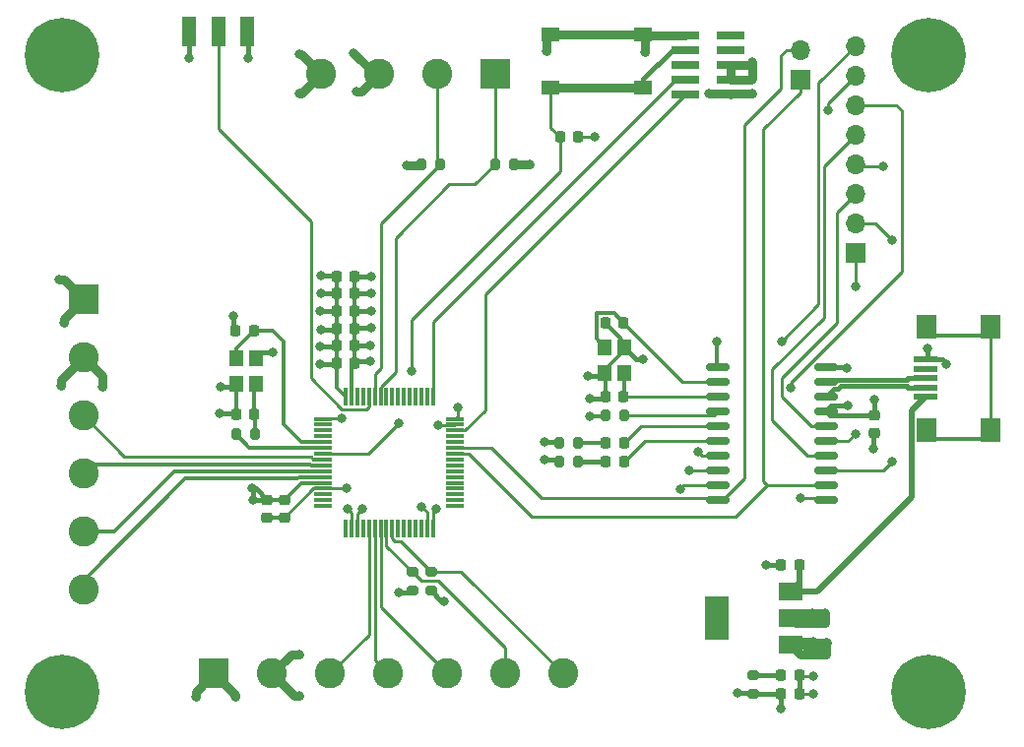
<source format=gbr>
%TF.GenerationSoftware,KiCad,Pcbnew,7.0.7*%
%TF.CreationDate,2023-11-03T00:22:48-05:00*%
%TF.ProjectId,STM32F030,53544d33-3246-4303-9330-2e6b69636164,rev?*%
%TF.SameCoordinates,Original*%
%TF.FileFunction,Copper,L1,Top*%
%TF.FilePolarity,Positive*%
%FSLAX46Y46*%
G04 Gerber Fmt 4.6, Leading zero omitted, Abs format (unit mm)*
G04 Created by KiCad (PCBNEW 7.0.7) date 2023-11-03 00:22:48*
%MOMM*%
%LPD*%
G01*
G04 APERTURE LIST*
G04 Aperture macros list*
%AMRoundRect*
0 Rectangle with rounded corners*
0 $1 Rounding radius*
0 $2 $3 $4 $5 $6 $7 $8 $9 X,Y pos of 4 corners*
0 Add a 4 corners polygon primitive as box body*
4,1,4,$2,$3,$4,$5,$6,$7,$8,$9,$2,$3,0*
0 Add four circle primitives for the rounded corners*
1,1,$1+$1,$2,$3*
1,1,$1+$1,$4,$5*
1,1,$1+$1,$6,$7*
1,1,$1+$1,$8,$9*
0 Add four rect primitives between the rounded corners*
20,1,$1+$1,$2,$3,$4,$5,0*
20,1,$1+$1,$4,$5,$6,$7,0*
20,1,$1+$1,$6,$7,$8,$9,0*
20,1,$1+$1,$8,$9,$2,$3,0*%
G04 Aperture macros list end*
%TA.AperFunction,SMDPad,CuDef*%
%ADD10RoundRect,0.225000X0.225000X0.250000X-0.225000X0.250000X-0.225000X-0.250000X0.225000X-0.250000X0*%
%TD*%
%TA.AperFunction,SMDPad,CuDef*%
%ADD11RoundRect,0.200000X-0.200000X-0.275000X0.200000X-0.275000X0.200000X0.275000X-0.200000X0.275000X0*%
%TD*%
%TA.AperFunction,ComponentPad*%
%ADD12C,0.800000*%
%TD*%
%TA.AperFunction,ComponentPad*%
%ADD13C,6.400000*%
%TD*%
%TA.AperFunction,ComponentPad*%
%ADD14R,1.700000X1.700000*%
%TD*%
%TA.AperFunction,ComponentPad*%
%ADD15O,1.700000X1.700000*%
%TD*%
%TA.AperFunction,SMDPad,CuDef*%
%ADD16R,1.550000X1.300000*%
%TD*%
%TA.AperFunction,SMDPad,CuDef*%
%ADD17RoundRect,0.075000X-0.700000X-0.075000X0.700000X-0.075000X0.700000X0.075000X-0.700000X0.075000X0*%
%TD*%
%TA.AperFunction,SMDPad,CuDef*%
%ADD18RoundRect,0.075000X-0.075000X-0.700000X0.075000X-0.700000X0.075000X0.700000X-0.075000X0.700000X0*%
%TD*%
%TA.AperFunction,SMDPad,CuDef*%
%ADD19RoundRect,0.225000X-0.225000X-0.250000X0.225000X-0.250000X0.225000X0.250000X-0.225000X0.250000X0*%
%TD*%
%TA.AperFunction,ComponentPad*%
%ADD20R,2.600000X2.600000*%
%TD*%
%TA.AperFunction,ComponentPad*%
%ADD21C,2.600000*%
%TD*%
%TA.AperFunction,SMDPad,CuDef*%
%ADD22RoundRect,0.218750X-0.218750X-0.256250X0.218750X-0.256250X0.218750X0.256250X-0.218750X0.256250X0*%
%TD*%
%TA.AperFunction,SMDPad,CuDef*%
%ADD23RoundRect,0.225000X0.250000X-0.225000X0.250000X0.225000X-0.250000X0.225000X-0.250000X-0.225000X0*%
%TD*%
%TA.AperFunction,SMDPad,CuDef*%
%ADD24R,2.000000X0.500000*%
%TD*%
%TA.AperFunction,SMDPad,CuDef*%
%ADD25R,1.700000X2.000000*%
%TD*%
%TA.AperFunction,SMDPad,CuDef*%
%ADD26RoundRect,0.200000X0.275000X-0.200000X0.275000X0.200000X-0.275000X0.200000X-0.275000X-0.200000X0*%
%TD*%
%TA.AperFunction,SMDPad,CuDef*%
%ADD27RoundRect,0.200000X0.200000X0.275000X-0.200000X0.275000X-0.200000X-0.275000X0.200000X-0.275000X0*%
%TD*%
%TA.AperFunction,SMDPad,CuDef*%
%ADD28R,2.000000X1.500000*%
%TD*%
%TA.AperFunction,SMDPad,CuDef*%
%ADD29R,2.000000X3.800000*%
%TD*%
%TA.AperFunction,SMDPad,CuDef*%
%ADD30R,1.250000X2.500000*%
%TD*%
%TA.AperFunction,SMDPad,CuDef*%
%ADD31RoundRect,0.150000X-0.875000X-0.150000X0.875000X-0.150000X0.875000X0.150000X-0.875000X0.150000X0*%
%TD*%
%TA.AperFunction,SMDPad,CuDef*%
%ADD32R,2.400000X0.740000*%
%TD*%
%TA.AperFunction,SMDPad,CuDef*%
%ADD33R,1.200000X1.400000*%
%TD*%
%TA.AperFunction,SMDPad,CuDef*%
%ADD34RoundRect,0.225000X-0.250000X0.225000X-0.250000X-0.225000X0.250000X-0.225000X0.250000X0.225000X0*%
%TD*%
%TA.AperFunction,ViaPad*%
%ADD35C,0.800000*%
%TD*%
%TA.AperFunction,Conductor*%
%ADD36C,0.800000*%
%TD*%
%TA.AperFunction,Conductor*%
%ADD37C,0.400000*%
%TD*%
%TA.AperFunction,Conductor*%
%ADD38C,0.250000*%
%TD*%
%TA.AperFunction,Conductor*%
%ADD39C,0.300000*%
%TD*%
%TA.AperFunction,Conductor*%
%ADD40C,0.500000*%
%TD*%
G04 APERTURE END LIST*
D10*
%TO.P,C15,1*%
%TO.N,+5V*%
X165825000Y-109681250D03*
%TO.P,C15,2*%
%TO.N,GND*%
X164275000Y-109681250D03*
%TD*%
D11*
%TO.P,R3,1*%
%TO.N,GND*%
X145162500Y-100806250D03*
%TO.P,R3,2*%
%TO.N,Net-(D1-K)*%
X146812500Y-100806250D03*
%TD*%
D12*
%TO.P,H1,1*%
%TO.N,N/C*%
X99993750Y-65881250D03*
X100696694Y-64184194D03*
X100696694Y-67578306D03*
X102393750Y-63481250D03*
D13*
X102393750Y-65881250D03*
D12*
X102393750Y-68281250D03*
X104090806Y-64184194D03*
X104090806Y-67578306D03*
X104793750Y-65881250D03*
%TD*%
D14*
%TO.P,UART,1,Pin_1*%
%TO.N,USART1_TX*%
X165893750Y-67950000D03*
D15*
%TO.P,UART,2,Pin_2*%
%TO.N,USART1_RX*%
X165893750Y-65410000D03*
%TD*%
D12*
%TO.P,H3,1*%
%TO.N,N/C*%
X174496694Y-120650000D03*
X175199638Y-118952944D03*
X175199638Y-122347056D03*
X176896694Y-118250000D03*
D13*
X176896694Y-120650000D03*
D12*
X176896694Y-123050000D03*
X178593750Y-118952944D03*
X178593750Y-122347056D03*
X179296694Y-120650000D03*
%TD*%
D16*
%TO.P,NRST,1,1*%
%TO.N,GND*%
X144440000Y-64125000D03*
X152400000Y-64125000D03*
%TO.P,NRST,2,2*%
%TO.N,NRST*%
X144440000Y-68625000D03*
X152400000Y-68625000D03*
%TD*%
D14*
%TO.P,GPIO,1,Pin_1*%
%TO.N,RTS*%
X170656250Y-82867500D03*
D15*
%TO.P,GPIO,2,Pin_2*%
%TO.N,CTS*%
X170656250Y-80327500D03*
%TO.P,GPIO,3,Pin_3*%
%TO.N,GP0*%
X170656250Y-77787500D03*
%TO.P,GPIO,4,Pin_4*%
%TO.N,GP1*%
X170656250Y-75247500D03*
%TO.P,GPIO,5,Pin_5*%
%TO.N,GP2*%
X170656250Y-72707500D03*
%TO.P,GPIO,6,Pin_6*%
%TO.N,GP3*%
X170656250Y-70167500D03*
%TO.P,GPIO,7,Pin_7*%
%TO.N,GP4*%
X170656250Y-67627500D03*
%TO.P,GPIO,8,Pin_8*%
%TO.N,GP5*%
X170656250Y-65087500D03*
%TD*%
D17*
%TO.P,U1,1,VDD*%
%TO.N,+3.3V*%
X124900000Y-97150000D03*
%TO.P,U1,2,PC13*%
%TO.N,unconnected-(U1-PC13-Pad2)*%
X124900000Y-97650000D03*
%TO.P,U1,3,PC14*%
%TO.N,unconnected-(U1-PC14-Pad3)*%
X124900000Y-98150000D03*
%TO.P,U1,4,PC15*%
%TO.N,unconnected-(U1-PC15-Pad4)*%
X124900000Y-98650000D03*
%TO.P,U1,5,PF0*%
%TO.N,HSE_IN*%
X124900000Y-99150000D03*
%TO.P,U1,6,PF1*%
%TO.N,HSE_OUT*%
X124900000Y-99650000D03*
%TO.P,U1,7,NRST*%
%TO.N,NRST*%
X124900000Y-100150000D03*
%TO.P,U1,8,PC0*%
%TO.N,Lin_Pots1*%
X124900000Y-100650000D03*
%TO.P,U1,9,PC1*%
%TO.N,Lin_Pots2*%
X124900000Y-101150000D03*
%TO.P,U1,10,PC2*%
%TO.N,Lin_Pots3*%
X124900000Y-101650000D03*
%TO.P,U1,11,PC3*%
%TO.N,Lin_Pots4*%
X124900000Y-102150000D03*
%TO.P,U1,12,VSSA*%
%TO.N,GND*%
X124900000Y-102650000D03*
%TO.P,U1,13,VDDA*%
%TO.N,+3.3V*%
X124900000Y-103150000D03*
%TO.P,U1,14,PA0*%
%TO.N,unconnected-(U1-PA0-Pad14)*%
X124900000Y-103650000D03*
%TO.P,U1,15,PA1*%
%TO.N,unconnected-(U1-PA1-Pad15)*%
X124900000Y-104150000D03*
%TO.P,U1,16,PA2*%
%TO.N,unconnected-(U1-PA2-Pad16)*%
X124900000Y-104650000D03*
D18*
%TO.P,U1,17,PA3*%
%TO.N,unconnected-(U1-PA3-Pad17)*%
X126825000Y-106575000D03*
%TO.P,U1,18,VSS*%
%TO.N,GND*%
X127325000Y-106575000D03*
%TO.P,U1,19,VDD*%
%TO.N,+3.3V*%
X127825000Y-106575000D03*
%TO.P,U1,20,PA4*%
%TO.N,unconnected-(U1-PA4-Pad20)*%
X128325000Y-106575000D03*
%TO.P,U1,21,PA5*%
%TO.N,SPI1_SCK*%
X128825000Y-106575000D03*
%TO.P,U1,22,PA6*%
%TO.N,SPI1_MISO*%
X129325000Y-106575000D03*
%TO.P,U1,23,PA7*%
%TO.N,SPI1_MOSI*%
X129825000Y-106575000D03*
%TO.P,U1,24,PC4*%
%TO.N,SPI1_CS1*%
X130325000Y-106575000D03*
%TO.P,U1,25,PC5*%
%TO.N,SPI1_CS2*%
X130825000Y-106575000D03*
%TO.P,U1,26,PB0*%
%TO.N,unconnected-(U1-PB0-Pad26)*%
X131325000Y-106575000D03*
%TO.P,U1,27,PB1*%
%TO.N,unconnected-(U1-PB1-Pad27)*%
X131825000Y-106575000D03*
%TO.P,U1,28,PB2*%
%TO.N,unconnected-(U1-PB2-Pad28)*%
X132325000Y-106575000D03*
%TO.P,U1,29,PB10*%
%TO.N,unconnected-(U1-PB10-Pad29)*%
X132825000Y-106575000D03*
%TO.P,U1,30,PB11*%
%TO.N,unconnected-(U1-PB11-Pad30)*%
X133325000Y-106575000D03*
%TO.P,U1,31,VSS*%
%TO.N,GND*%
X133825000Y-106575000D03*
%TO.P,U1,32,VDD*%
%TO.N,+3.3V*%
X134325000Y-106575000D03*
D17*
%TO.P,U1,33,PB12*%
%TO.N,unconnected-(U1-PB12-Pad33)*%
X136250000Y-104650000D03*
%TO.P,U1,34,PB13*%
%TO.N,unconnected-(U1-PB13-Pad34)*%
X136250000Y-104150000D03*
%TO.P,U1,35,PB14*%
%TO.N,unconnected-(U1-PB14-Pad35)*%
X136250000Y-103650000D03*
%TO.P,U1,36,PB15*%
%TO.N,unconnected-(U1-PB15-Pad36)*%
X136250000Y-103150000D03*
%TO.P,U1,37,PC6*%
%TO.N,unconnected-(U1-PC6-Pad37)*%
X136250000Y-102650000D03*
%TO.P,U1,38,PC7*%
%TO.N,unconnected-(U1-PC7-Pad38)*%
X136250000Y-102150000D03*
%TO.P,U1,39,PC8*%
%TO.N,unconnected-(U1-PC8-Pad39)*%
X136250000Y-101650000D03*
%TO.P,U1,40,PC9*%
%TO.N,unconnected-(U1-PC9-Pad40)*%
X136250000Y-101150000D03*
%TO.P,U1,41,PA8*%
%TO.N,unconnected-(U1-PA8-Pad41)*%
X136250000Y-100650000D03*
%TO.P,U1,42,PA9*%
%TO.N,USART1_TX*%
X136250000Y-100150000D03*
%TO.P,U1,43,PA10*%
%TO.N,USART1_RX*%
X136250000Y-99650000D03*
%TO.P,U1,44,PA11*%
%TO.N,unconnected-(U1-PA11-Pad44)*%
X136250000Y-99150000D03*
%TO.P,U1,45,PA12*%
%TO.N,unconnected-(U1-PA12-Pad45)*%
X136250000Y-98650000D03*
%TO.P,U1,46,PA13*%
%TO.N,SWDIO*%
X136250000Y-98150000D03*
%TO.P,U1,47,VSS*%
%TO.N,GND*%
X136250000Y-97650000D03*
%TO.P,U1,48,VDD*%
%TO.N,+3.3V*%
X136250000Y-97150000D03*
D18*
%TO.P,U1,49,PA14*%
%TO.N,SWCLK*%
X134325000Y-95225000D03*
%TO.P,U1,50,PA15*%
%TO.N,unconnected-(U1-PA15-Pad50)*%
X133825000Y-95225000D03*
%TO.P,U1,51,PC10*%
%TO.N,unconnected-(U1-PC10-Pad51)*%
X133325000Y-95225000D03*
%TO.P,U1,52,PC11*%
%TO.N,unconnected-(U1-PC11-Pad52)*%
X132825000Y-95225000D03*
%TO.P,U1,53,PC12*%
%TO.N,unconnected-(U1-PC12-Pad53)*%
X132325000Y-95225000D03*
%TO.P,U1,54,PD2*%
%TO.N,unconnected-(U1-PD2-Pad54)*%
X131825000Y-95225000D03*
%TO.P,U1,55,PB3*%
%TO.N,unconnected-(U1-PB3-Pad55)*%
X131325000Y-95225000D03*
%TO.P,U1,56,PB4*%
%TO.N,unconnected-(U1-PB4-Pad56)*%
X130825000Y-95225000D03*
%TO.P,U1,57,PB5*%
%TO.N,unconnected-(U1-PB5-Pad57)*%
X130325000Y-95225000D03*
%TO.P,U1,58,PB6*%
%TO.N,I2C1_SCL*%
X129825000Y-95225000D03*
%TO.P,U1,59,PB7*%
%TO.N,I2C1_SDA*%
X129325000Y-95225000D03*
%TO.P,U1,60,BOOT0*%
%TO.N,Boot0*%
X128825000Y-95225000D03*
%TO.P,U1,61,PB8*%
%TO.N,unconnected-(U1-PB8-Pad61)*%
X128325000Y-95225000D03*
%TO.P,U1,62,PB9*%
%TO.N,unconnected-(U1-PB9-Pad62)*%
X127825000Y-95225000D03*
%TO.P,U1,63,VSS*%
%TO.N,GND*%
X127325000Y-95225000D03*
%TO.P,U1,64,VDD*%
%TO.N,+3.3V*%
X126825000Y-95225000D03*
%TD*%
D10*
%TO.P,C14,1*%
%TO.N,Net-(U2-OSC1)*%
X150712500Y-88900000D03*
%TO.P,C14,2*%
%TO.N,GND*%
X149162500Y-88900000D03*
%TD*%
D11*
%TO.P,R7,1*%
%TO.N,GND*%
X145162500Y-99218750D03*
%TO.P,R7,2*%
%TO.N,Net-(D2-K)*%
X146812500Y-99218750D03*
%TD*%
D19*
%TO.P,C2,1*%
%TO.N,+3.3V*%
X126050000Y-90875000D03*
%TO.P,C2,2*%
%TO.N,GND*%
X127600000Y-90875000D03*
%TD*%
D20*
%TO.P,Analog,1,Pin_1*%
%TO.N,GND*%
X104270000Y-86875000D03*
D21*
%TO.P,Analog,2,Pin_2*%
%TO.N,+3.3V*%
X104270000Y-91875000D03*
%TO.P,Analog,3,Pin_3*%
%TO.N,Lin_Pots1*%
X104270000Y-96875000D03*
%TO.P,Analog,4,Pin_4*%
%TO.N,Lin_Pots2*%
X104270000Y-101875000D03*
%TO.P,Analog,5,Pin_5*%
%TO.N,Lin_Pots3*%
X104270000Y-106875000D03*
%TO.P,Analog,6,Pin_6*%
%TO.N,Lin_Pots4*%
X104270000Y-111875000D03*
%TD*%
D12*
%TO.P,H4,1*%
%TO.N,N/C*%
X99993750Y-120650000D03*
X100696694Y-118952944D03*
X100696694Y-122347056D03*
X102393750Y-118250000D03*
D13*
X102393750Y-120650000D03*
D12*
X102393750Y-123050000D03*
X104090806Y-118952944D03*
X104090806Y-122347056D03*
X104793750Y-120650000D03*
%TD*%
D22*
%TO.P,D1,1,K*%
%TO.N,Net-(D1-K)*%
X149162500Y-100850000D03*
%TO.P,D1,2,A*%
%TO.N,Net-(D1-A)*%
X150737500Y-100850000D03*
%TD*%
D23*
%TO.P,C8,1*%
%TO.N,+3.3V*%
X120050000Y-105650000D03*
%TO.P,C8,2*%
%TO.N,GND*%
X120050000Y-104100000D03*
%TD*%
D12*
%TO.P,H2,1*%
%TO.N,N/C*%
X174496694Y-65881250D03*
X175199638Y-64184194D03*
X175199638Y-67578306D03*
X176896694Y-63481250D03*
D13*
X176896694Y-65881250D03*
D12*
X176896694Y-68281250D03*
X178593750Y-64184194D03*
X178593750Y-67578306D03*
X179296694Y-65881250D03*
%TD*%
D24*
%TO.P,J1,1,VBUS*%
%TO.N,+5V*%
X176687500Y-95262500D03*
%TO.P,J1,2,D-*%
%TO.N,USBD-*%
X176687500Y-94462500D03*
%TO.P,J1,3,D+*%
%TO.N,USBD+*%
X176687500Y-93662500D03*
%TO.P,J1,4,ID*%
%TO.N,unconnected-(J1-ID-Pad4)*%
X176687500Y-92862500D03*
%TO.P,J1,5,GND*%
%TO.N,GND*%
X176687500Y-92062500D03*
D25*
%TO.P,J1,6,Shield*%
%TO.N,unconnected-(J1-Shield-Pad6)*%
X176787500Y-98112500D03*
X182237500Y-98112500D03*
X176787500Y-89212500D03*
X182237500Y-89212500D03*
%TD*%
D26*
%TO.P,R2,1*%
%TO.N,+3.3V*%
X132540625Y-111950000D03*
%TO.P,R2,2*%
%TO.N,SPI1_CS1*%
X132540625Y-110300000D03*
%TD*%
D27*
%TO.P,R8,1*%
%TO.N,Net-(U2-RST)*%
X150781250Y-96837500D03*
%TO.P,R8,2*%
%TO.N,+3.3V*%
X149131250Y-96837500D03*
%TD*%
D19*
%TO.P,C1,1*%
%TO.N,+3.3V*%
X126050000Y-84875000D03*
%TO.P,C1,2*%
%TO.N,GND*%
X127600000Y-84875000D03*
%TD*%
D26*
%TO.P,R6,1*%
%TO.N,+3.3V*%
X134143750Y-111950000D03*
%TO.P,R6,2*%
%TO.N,SPI1_CS2*%
X134143750Y-110300000D03*
%TD*%
D28*
%TO.P,U3,1,GND*%
%TO.N,GND*%
X165075000Y-116600000D03*
%TO.P,U3,2,VO*%
%TO.N,+3.3V*%
X165075000Y-114300000D03*
%TO.P,U3,3,VI*%
%TO.N,+5V*%
X165075000Y-112000000D03*
D29*
%TO.P,U3,4*%
%TO.N,N/C*%
X158775000Y-114300000D03*
%TD*%
D30*
%TO.P,SW2,1,A*%
%TO.N,+3.3V*%
X118387500Y-63868750D03*
%TO.P,SW2,2,B*%
%TO.N,Boot0*%
X115887500Y-63868750D03*
%TO.P,SW2,3,C*%
%TO.N,GND*%
X113387500Y-63868750D03*
%TD*%
D31*
%TO.P,U2,1,VDD*%
%TO.N,+3.3V*%
X158800000Y-92710000D03*
%TO.P,U2,2,OSC1*%
%TO.N,Net-(U2-OSC1)*%
X158800000Y-93980000D03*
%TO.P,U2,3,OSC2*%
%TO.N,Net-(U2-OSC2)*%
X158800000Y-95250000D03*
%TO.P,U2,4,RST*%
%TO.N,Net-(U2-RST)*%
X158800000Y-96520000D03*
%TO.P,U2,5,GP7/TxLED*%
%TO.N,Net-(D2-A)*%
X158800000Y-97790000D03*
%TO.P,U2,6,GP6/RxLED*%
%TO.N,Net-(D1-A)*%
X158800000Y-99060000D03*
%TO.P,U2,7,GP5*%
%TO.N,GP5*%
X158800000Y-100330000D03*
%TO.P,U2,8,GP4*%
%TO.N,GP4*%
X158800000Y-101600000D03*
%TO.P,U2,9,GP3*%
%TO.N,GP3*%
X158800000Y-102870000D03*
%TO.P,U2,10,TX*%
%TO.N,USART1_RX*%
X158800000Y-104140000D03*
%TO.P,U2,11,RTS*%
%TO.N,RTS*%
X168100000Y-104140000D03*
%TO.P,U2,12,RX*%
%TO.N,USART1_TX*%
X168100000Y-102870000D03*
%TO.P,U2,13,CTS*%
%TO.N,CTS*%
X168100000Y-101600000D03*
%TO.P,U2,14,GP2*%
%TO.N,GP2*%
X168100000Y-100330000D03*
%TO.P,U2,15,GP1/USB-CFG*%
%TO.N,GP1*%
X168100000Y-99060000D03*
%TO.P,U2,16,GP0/SSPND*%
%TO.N,GP0*%
X168100000Y-97790000D03*
%TO.P,U2,17,V_USB*%
%TO.N,+3.3V*%
X168100000Y-96520000D03*
%TO.P,U2,18,D-*%
%TO.N,USBD-*%
X168100000Y-95250000D03*
%TO.P,U2,19,D+*%
%TO.N,USBD+*%
X168100000Y-93980000D03*
%TO.P,U2,20,VSS*%
%TO.N,GND*%
X168100000Y-92710000D03*
%TD*%
D32*
%TO.P,SWD,1,Pin_1*%
%TO.N,+3.3V*%
X159906250Y-69215000D03*
%TO.P,SWD,2,Pin_2*%
%TO.N,SWDIO*%
X156006250Y-69215000D03*
%TO.P,SWD,3,Pin_3*%
%TO.N,GND*%
X159906250Y-67945000D03*
%TO.P,SWD,4,Pin_4*%
%TO.N,SWCLK*%
X156006250Y-67945000D03*
%TO.P,SWD,5,Pin_5*%
%TO.N,GND*%
X159906250Y-66675000D03*
%TO.P,SWD,6,Pin_6*%
%TO.N,unconnected-(J5-Pin_6-Pad6)*%
X156006250Y-66675000D03*
%TO.P,SWD,7,Pin_7*%
%TO.N,unconnected-(J5-Pin_7-Pad7)*%
X159906250Y-65405000D03*
%TO.P,SWD,8,Pin_8*%
%TO.N,NRST*%
X156006250Y-65405000D03*
%TO.P,SWD,9,Pin_9*%
%TO.N,unconnected-(J5-Pin_9-Pad9)*%
X159906250Y-64135000D03*
%TO.P,SWD,10,Pin_10*%
%TO.N,GND*%
X156006250Y-64135000D03*
%TD*%
D33*
%TO.P,Y2,1,1*%
%TO.N,Net-(U2-OSC2)*%
X150806250Y-93175000D03*
%TO.P,Y2,2,2*%
%TO.N,GND*%
X150806250Y-90975000D03*
%TO.P,Y2,3,3*%
%TO.N,Net-(U2-OSC1)*%
X149106250Y-90975000D03*
%TO.P,Y2,4,4*%
%TO.N,GND*%
X149106250Y-93175000D03*
%TD*%
D20*
%TO.P,SPI,1,Pin_1*%
%TO.N,GND*%
X115493750Y-119062500D03*
D21*
%TO.P,SPI,2,Pin_2*%
%TO.N,+3.3V*%
X120493750Y-119062500D03*
%TO.P,SPI,3,Pin_3*%
%TO.N,SPI1_SCK*%
X125493750Y-119062500D03*
%TO.P,SPI,4,Pin_4*%
%TO.N,SPI1_MISO*%
X130493750Y-119062500D03*
%TO.P,SPI,5,Pin_5*%
%TO.N,SPI1_MOSI*%
X135493750Y-119062500D03*
%TO.P,SPI,6,Pin_6*%
%TO.N,SPI1_CS1*%
X140493750Y-119062500D03*
%TO.P,SPI,7,Pin_7*%
%TO.N,SPI1_CS2*%
X145493750Y-119062500D03*
%TD*%
D22*
%TO.P,D2,1,K*%
%TO.N,Net-(D2-K)*%
X149168750Y-99218750D03*
%TO.P,D2,2,A*%
%TO.N,Net-(D2-A)*%
X150743750Y-99218750D03*
%TD*%
D20*
%TO.P,I2C,1,Pin_1*%
%TO.N,I2C1_SCL*%
X139700000Y-67468750D03*
D21*
%TO.P,I2C,2,Pin_2*%
%TO.N,I2C1_SDA*%
X134700000Y-67468750D03*
%TO.P,I2C,3,Pin_3*%
%TO.N,+3.3V*%
X129700000Y-67468750D03*
%TO.P,I2C,4,Pin_4*%
%TO.N,GND*%
X124700000Y-67468750D03*
%TD*%
D26*
%TO.P,R9,1*%
%TO.N,GND*%
X161875000Y-120825000D03*
%TO.P,R9,2*%
%TO.N,Net-(D3-K)*%
X161875000Y-119175000D03*
%TD*%
D22*
%TO.P,D3,1,K*%
%TO.N,Net-(D3-K)*%
X164262500Y-119206250D03*
%TO.P,D3,2,A*%
%TO.N,+3.3V*%
X165837500Y-119206250D03*
%TD*%
D23*
%TO.P,C7,1*%
%TO.N,+3.3V*%
X121550000Y-105650000D03*
%TO.P,C7,2*%
%TO.N,GND*%
X121550000Y-104100000D03*
%TD*%
D11*
%TO.P,R5,1*%
%TO.N,+3.3V*%
X133318750Y-75275000D03*
%TO.P,R5,2*%
%TO.N,I2C1_SDA*%
X134968750Y-75275000D03*
%TD*%
D19*
%TO.P,C9,1*%
%TO.N,NRST*%
X145275000Y-72925000D03*
%TO.P,C9,2*%
%TO.N,GND*%
X146825000Y-72925000D03*
%TD*%
D10*
%TO.P,C10,1*%
%TO.N,HSE_IN*%
X118918750Y-89581250D03*
%TO.P,C10,2*%
%TO.N,GND*%
X117368750Y-89581250D03*
%TD*%
D19*
%TO.P,C3,1*%
%TO.N,+3.3V*%
X126050000Y-92375000D03*
%TO.P,C3,2*%
%TO.N,GND*%
X127600000Y-92375000D03*
%TD*%
%TO.P,C6,1*%
%TO.N,+3.3V*%
X126050000Y-86375000D03*
%TO.P,C6,2*%
%TO.N,GND*%
X127600000Y-86375000D03*
%TD*%
%TO.P,C4,1*%
%TO.N,+3.3V*%
X126050000Y-89375000D03*
%TO.P,C4,2*%
%TO.N,GND*%
X127600000Y-89375000D03*
%TD*%
D27*
%TO.P,R4,1*%
%TO.N,+3.3V*%
X141318750Y-75225000D03*
%TO.P,R4,2*%
%TO.N,I2C1_SCL*%
X139668750Y-75225000D03*
%TD*%
D34*
%TO.P,C12,1*%
%TO.N,+3.3V*%
X172243750Y-96856250D03*
%TO.P,C12,2*%
%TO.N,GND*%
X172243750Y-98406250D03*
%TD*%
D10*
%TO.P,C13,1*%
%TO.N,Net-(U2-OSC2)*%
X150731250Y-95250000D03*
%TO.P,C13,2*%
%TO.N,GND*%
X149181250Y-95250000D03*
%TD*%
%TO.P,C11,1*%
%TO.N,Net-(C11-Pad1)*%
X118937500Y-96725000D03*
%TO.P,C11,2*%
%TO.N,GND*%
X117387500Y-96725000D03*
%TD*%
%TO.P,C16,1*%
%TO.N,+3.3V*%
X165825000Y-120793750D03*
%TO.P,C16,2*%
%TO.N,GND*%
X164275000Y-120793750D03*
%TD*%
D11*
%TO.P,R1,1*%
%TO.N,HSE_OUT*%
X117387500Y-98481250D03*
%TO.P,R1,2*%
%TO.N,Net-(C11-Pad1)*%
X119037500Y-98481250D03*
%TD*%
D33*
%TO.P,Y1,1,1*%
%TO.N,HSE_IN*%
X117418750Y-91962500D03*
%TO.P,Y1,2,2*%
%TO.N,GND*%
X117418750Y-94162500D03*
%TO.P,Y1,3,3*%
%TO.N,Net-(C11-Pad1)*%
X119118750Y-94162500D03*
%TO.P,Y1,4,4*%
%TO.N,GND*%
X119118750Y-91962500D03*
%TD*%
D19*
%TO.P,C5,1*%
%TO.N,+3.3V*%
X126050000Y-87875000D03*
%TO.P,C5,2*%
%TO.N,GND*%
X127600000Y-87875000D03*
%TD*%
D35*
%TO.N,+3.3V*%
X124675000Y-89450000D03*
X142675000Y-75275000D03*
X124625000Y-87875000D03*
X126500000Y-97125000D03*
X124650000Y-90900000D03*
X127525000Y-65675000D03*
X166987500Y-114700000D03*
X131375000Y-112050000D03*
X158050000Y-69200000D03*
X170025000Y-96025000D03*
X161775000Y-69175000D03*
X158725000Y-90525000D03*
X124700000Y-84825000D03*
X135250000Y-112875000D03*
X167000000Y-119275000D03*
X126875000Y-103125000D03*
X172250000Y-95500000D03*
X124625000Y-92425000D03*
X105875000Y-94400000D03*
X166962500Y-113850000D03*
X132100000Y-75325000D03*
X134575000Y-104875000D03*
X102350000Y-94325000D03*
X124675000Y-86350000D03*
X167050000Y-120800000D03*
X122875000Y-120975000D03*
X127750000Y-69000000D03*
X122825000Y-117425000D03*
X168037500Y-114700000D03*
X136450000Y-96175000D03*
X168012500Y-113825000D03*
X128250000Y-104850000D03*
X147850000Y-96900000D03*
X118400000Y-66100000D03*
%TO.N,GND*%
X134775000Y-97675000D03*
X129025000Y-84875000D03*
X167000000Y-116325000D03*
X128950000Y-90825000D03*
X133350000Y-104700000D03*
X122825000Y-65800000D03*
X143875000Y-99150000D03*
X117300000Y-121075000D03*
X147775000Y-95450000D03*
X176875000Y-91100000D03*
X168150000Y-117425000D03*
X172200000Y-99725000D03*
X168200000Y-116400000D03*
X113906248Y-121077833D03*
X164250000Y-122100000D03*
X167025000Y-117325000D03*
X120525000Y-91450000D03*
X122875000Y-69150000D03*
X143875000Y-100700000D03*
X128975000Y-89300000D03*
X113325000Y-66150000D03*
X144100000Y-65525000D03*
X102200000Y-85200000D03*
X160550000Y-120750000D03*
X115950000Y-96675000D03*
X148200000Y-72900000D03*
X163000000Y-109725000D03*
X147600000Y-93500000D03*
X128975000Y-86350000D03*
X102575000Y-88875000D03*
X117200000Y-88300000D03*
X169900000Y-92775000D03*
X118850000Y-104150000D03*
X118775000Y-103150000D03*
X128950000Y-92225000D03*
X161750000Y-67900000D03*
X129000000Y-87850000D03*
X116050000Y-94400000D03*
X161750000Y-66475000D03*
X152350000Y-92000000D03*
X178475000Y-92450000D03*
X152550000Y-65600000D03*
X127025000Y-104900000D03*
%TO.N,NRST*%
X132465364Y-93000000D03*
X131400000Y-97500000D03*
%TO.N,RTS*%
X165893750Y-103981250D03*
X170656250Y-85725000D03*
%TO.N,CTS*%
X173831250Y-100806250D03*
X173831250Y-81756250D03*
%TO.N,GP1*%
X173037500Y-75406250D03*
X170656250Y-98425000D03*
%TO.N,GP3*%
X155575000Y-103187500D03*
X165100000Y-94456250D03*
%TO.N,GP4*%
X156368750Y-101600000D03*
X168275000Y-70643750D03*
%TO.N,GP5*%
X164306250Y-90487500D03*
X157162500Y-100012500D03*
%TD*%
D36*
%TO.N,+3.3V*%
X166987500Y-114700000D02*
X165475000Y-114700000D01*
X166987500Y-114700000D02*
X168037500Y-114700000D01*
D37*
X126000000Y-84825000D02*
X126050000Y-84875000D01*
D36*
X166987500Y-113875000D02*
X166962500Y-113850000D01*
D37*
X124650000Y-90900000D02*
X126025000Y-90900000D01*
D36*
X102350000Y-94325000D02*
X102350000Y-93795000D01*
D38*
X118400000Y-66100000D02*
X118387500Y-66087500D01*
D36*
X122825000Y-117425000D02*
X122131250Y-117425000D01*
X166987500Y-114687500D02*
X166150000Y-113850000D01*
D37*
X172243750Y-95506250D02*
X172243750Y-96856250D01*
X165825000Y-120793750D02*
X165825000Y-119218750D01*
D36*
X166962500Y-113850000D02*
X166150000Y-113850000D01*
X161775000Y-69175000D02*
X159946250Y-69175000D01*
D37*
X135068750Y-112875000D02*
X134143750Y-111950000D01*
D38*
X136450000Y-96950000D02*
X136250000Y-97150000D01*
D37*
X132440625Y-112050000D02*
X132540625Y-111950000D01*
X165825000Y-119218750D02*
X165837500Y-119206250D01*
D36*
X168037500Y-114700000D02*
X167812500Y-114700000D01*
D38*
X124925000Y-103125000D02*
X124900000Y-103150000D01*
D37*
X126025000Y-86350000D02*
X126050000Y-86375000D01*
D36*
X129700000Y-67468750D02*
X129318750Y-67468750D01*
D37*
X172250000Y-95500000D02*
X172243750Y-95506250D01*
X124625000Y-92425000D02*
X126000000Y-92425000D01*
D38*
X134575000Y-104875000D02*
X134325000Y-105125000D01*
D37*
X126000000Y-92425000D02*
X126050000Y-92375000D01*
X131375000Y-112050000D02*
X132440625Y-112050000D01*
X118400000Y-63881250D02*
X118387500Y-63868750D01*
D38*
X124059315Y-103150000D02*
X124900000Y-103150000D01*
D36*
X168037500Y-113850000D02*
X168012500Y-113825000D01*
X132100000Y-75325000D02*
X133268750Y-75325000D01*
X128168750Y-69000000D02*
X129700000Y-67468750D01*
D37*
X168436250Y-96856250D02*
X168100000Y-96520000D01*
D36*
X133268750Y-75325000D02*
X133318750Y-75275000D01*
X165475000Y-114700000D02*
X165075000Y-114300000D01*
D38*
X167000000Y-119275000D02*
X165906250Y-119275000D01*
D36*
X102350000Y-93795000D02*
X104270000Y-91875000D01*
X166150000Y-113850000D02*
X165525000Y-113850000D01*
D38*
X165906250Y-119275000D02*
X165837500Y-119206250D01*
D37*
X118400000Y-66100000D02*
X118400000Y-63881250D01*
X135250000Y-112875000D02*
X135068750Y-112875000D01*
D39*
X126825000Y-95225000D02*
X126050000Y-94450000D01*
D38*
X126500000Y-97125000D02*
X124925000Y-97125000D01*
D37*
X126025000Y-90900000D02*
X126050000Y-90875000D01*
X168595000Y-96025000D02*
X168100000Y-96520000D01*
D36*
X105875000Y-93480000D02*
X104270000Y-91875000D01*
X166987500Y-113825000D02*
X166962500Y-113850000D01*
D38*
X126875000Y-103125000D02*
X124925000Y-103125000D01*
D36*
X122131250Y-117425000D02*
X120493750Y-119062500D01*
X165525000Y-113850000D02*
X165075000Y-114300000D01*
D39*
X147850000Y-96900000D02*
X149068750Y-96900000D01*
X149068750Y-96900000D02*
X149131250Y-96837500D01*
D37*
X125975000Y-89450000D02*
X126050000Y-89375000D01*
D36*
X168012500Y-113825000D02*
X166987500Y-113825000D01*
D37*
X124700000Y-84825000D02*
X126000000Y-84825000D01*
D39*
X120050000Y-105650000D02*
X121550000Y-105650000D01*
D36*
X105875000Y-94400000D02*
X105875000Y-93480000D01*
D38*
X167050000Y-120800000D02*
X165831250Y-120800000D01*
D37*
X170025000Y-96025000D02*
X168595000Y-96025000D01*
D36*
X142675000Y-75275000D02*
X141368750Y-75275000D01*
D37*
X124675000Y-89450000D02*
X125975000Y-89450000D01*
X124675000Y-86350000D02*
X126025000Y-86350000D01*
D36*
X159946250Y-69175000D02*
X159906250Y-69215000D01*
X127750000Y-69000000D02*
X128168750Y-69000000D01*
D38*
X165831250Y-120800000D02*
X165825000Y-120793750D01*
X124925000Y-97125000D02*
X124900000Y-97150000D01*
D37*
X172243750Y-96856250D02*
X168436250Y-96856250D01*
D38*
X134325000Y-105125000D02*
X134325000Y-106575000D01*
D36*
X141368750Y-75275000D02*
X141318750Y-75225000D01*
X129318750Y-67468750D02*
X127525000Y-65675000D01*
X167812500Y-114700000D02*
X166962500Y-113850000D01*
X159891250Y-69200000D02*
X159906250Y-69215000D01*
X122406250Y-120975000D02*
X120493750Y-119062500D01*
X158050000Y-69200000D02*
X159891250Y-69200000D01*
D39*
X126050000Y-92375000D02*
X126050000Y-84875000D01*
D38*
X127825000Y-105275000D02*
X127825000Y-106575000D01*
D39*
X126050000Y-94450000D02*
X126050000Y-92375000D01*
D38*
X121559315Y-105650000D02*
X124059315Y-103150000D01*
D36*
X166987500Y-114700000D02*
X166987500Y-113875000D01*
X168037500Y-114700000D02*
X168037500Y-113850000D01*
D39*
X121550000Y-105650000D02*
X121550000Y-105623959D01*
D38*
X136450000Y-96175000D02*
X136450000Y-96950000D01*
D36*
X166987500Y-114700000D02*
X166987500Y-114687500D01*
D39*
X158725000Y-92635000D02*
X158800000Y-92710000D01*
D38*
X121550000Y-105650000D02*
X121559315Y-105650000D01*
D37*
X124625000Y-87875000D02*
X126050000Y-87875000D01*
D36*
X122875000Y-120975000D02*
X122406250Y-120975000D01*
D39*
X158725000Y-90525000D02*
X158725000Y-92635000D01*
D38*
X128250000Y-104850000D02*
X127825000Y-105275000D01*
D36*
%TO.N,GND*%
X152550000Y-65600000D02*
X152550000Y-64275000D01*
D37*
X118850000Y-103225000D02*
X118775000Y-103150000D01*
D36*
X168150000Y-117425000D02*
X165900000Y-117425000D01*
D37*
X128975000Y-86350000D02*
X127625000Y-86350000D01*
X168100000Y-92710000D02*
X169835000Y-92710000D01*
X163000000Y-109725000D02*
X164231250Y-109725000D01*
X160550000Y-120750000D02*
X161800000Y-120750000D01*
X164231250Y-109725000D02*
X164275000Y-109681250D01*
D36*
X117300000Y-121075000D02*
X117300000Y-120868750D01*
X123018750Y-69150000D02*
X124700000Y-67468750D01*
D39*
X117387500Y-96725000D02*
X117387500Y-94193750D01*
D38*
X133825000Y-105175000D02*
X133350000Y-104700000D01*
D36*
X102575000Y-88570000D02*
X104270000Y-86875000D01*
X168050000Y-117325000D02*
X168150000Y-117425000D01*
X102575000Y-88875000D02*
X102575000Y-88570000D01*
X167025000Y-117325000D02*
X168050000Y-117325000D01*
X167025000Y-117325000D02*
X167025000Y-117100000D01*
X102200000Y-85200000D02*
X102595000Y-85200000D01*
D37*
X176875000Y-91100000D02*
X176875000Y-91875000D01*
D39*
X127600000Y-84875000D02*
X127600000Y-92375000D01*
D37*
X118850000Y-104150000D02*
X120000000Y-104150000D01*
X117200000Y-88300000D02*
X117200000Y-89412500D01*
D39*
X123000000Y-102650000D02*
X124900000Y-102650000D01*
D37*
X117181250Y-94400000D02*
X117418750Y-94162500D01*
X164250000Y-120818750D02*
X164275000Y-120793750D01*
D39*
X120050000Y-104100000D02*
X121550000Y-104100000D01*
X150806250Y-90975000D02*
X150806250Y-91225000D01*
D37*
X160350000Y-120750000D02*
X160550000Y-120750000D01*
X127650000Y-90825000D02*
X127600000Y-90875000D01*
D39*
X150806250Y-90543750D02*
X150806250Y-90975000D01*
X117418750Y-93718750D02*
X117418750Y-94118750D01*
D37*
X113325000Y-66150000D02*
X113325000Y-63931250D01*
D36*
X161550000Y-66675000D02*
X161750000Y-66475000D01*
X161750000Y-67900000D02*
X161750000Y-66475000D01*
X144100000Y-65525000D02*
X144100000Y-64465000D01*
D38*
X148200000Y-72900000D02*
X146850000Y-72900000D01*
D39*
X150806250Y-91225000D02*
X149106250Y-92925000D01*
D37*
X143875000Y-100700000D02*
X145056250Y-100700000D01*
X145056250Y-100700000D02*
X145162500Y-100806250D01*
D36*
X167050000Y-116325000D02*
X168150000Y-117425000D01*
D37*
X127750000Y-92225000D02*
X127600000Y-92375000D01*
X161800000Y-120750000D02*
X161875000Y-120825000D01*
D38*
X146850000Y-72900000D02*
X146825000Y-72925000D01*
D37*
X151831250Y-92000000D02*
X150806250Y-90975000D01*
X164250000Y-122100000D02*
X164250000Y-120818750D01*
X119100000Y-103150000D02*
X120050000Y-104100000D01*
X120000000Y-104150000D02*
X120050000Y-104100000D01*
X172200000Y-99725000D02*
X172200000Y-98450000D01*
D36*
X165350000Y-116325000D02*
X165075000Y-116600000D01*
D39*
X117387500Y-94193750D02*
X117418750Y-94162500D01*
X119118750Y-91918750D02*
X119118750Y-92018750D01*
D36*
X168150000Y-116450000D02*
X168200000Y-116400000D01*
D39*
X149181250Y-95250000D02*
X149181250Y-93250000D01*
D37*
X176875000Y-91875000D02*
X176687500Y-92062500D01*
D36*
X167000000Y-116325000D02*
X167050000Y-116325000D01*
D37*
X129025000Y-84875000D02*
X127600000Y-84875000D01*
D39*
X118918750Y-91762500D02*
X119118750Y-91962500D01*
D37*
X147775000Y-95450000D02*
X148981250Y-95450000D01*
X129000000Y-87850000D02*
X127625000Y-87850000D01*
D38*
X134775000Y-97675000D02*
X136225000Y-97675000D01*
D37*
X120525000Y-91450000D02*
X119631250Y-91450000D01*
D36*
X156006250Y-64135000D02*
X152410000Y-64135000D01*
D37*
X119631250Y-91450000D02*
X119118750Y-91962500D01*
D36*
X159906250Y-67945000D02*
X159906250Y-66675000D01*
D39*
X121550000Y-104100000D02*
X123000000Y-102650000D01*
X149181250Y-93250000D02*
X149106250Y-93175000D01*
D37*
X172200000Y-98450000D02*
X172243750Y-98406250D01*
X159951250Y-67900000D02*
X159906250Y-67945000D01*
X145093750Y-99150000D02*
X145162500Y-99218750D01*
D36*
X113906248Y-120650002D02*
X115493750Y-119062500D01*
D38*
X159067500Y-67945000D02*
X159906250Y-67945000D01*
D36*
X152550000Y-64275000D02*
X152400000Y-64125000D01*
X123031250Y-65800000D02*
X124700000Y-67468750D01*
D37*
X143875000Y-99150000D02*
X145093750Y-99150000D01*
X116050000Y-94400000D02*
X117181250Y-94400000D01*
D36*
X161705000Y-67945000D02*
X161750000Y-67900000D01*
D37*
X128950000Y-92225000D02*
X127750000Y-92225000D01*
X178087500Y-92062500D02*
X178475000Y-92450000D01*
D39*
X149106250Y-92925000D02*
X149106250Y-93175000D01*
D36*
X165750000Y-116600000D02*
X165075000Y-116600000D01*
X144440000Y-64125000D02*
X152400000Y-64125000D01*
X152410000Y-64135000D02*
X152400000Y-64125000D01*
X122825000Y-65800000D02*
X123031250Y-65800000D01*
D37*
X127625000Y-87850000D02*
X127600000Y-87875000D01*
X164275000Y-120793750D02*
X161906250Y-120793750D01*
X176687500Y-92062500D02*
X178087500Y-92062500D01*
X118775000Y-103150000D02*
X119100000Y-103150000D01*
D36*
X166300000Y-116600000D02*
X167025000Y-117325000D01*
D37*
X128950000Y-90825000D02*
X127650000Y-90825000D01*
D36*
X159906250Y-67945000D02*
X161705000Y-67945000D01*
D37*
X127625000Y-86350000D02*
X127600000Y-86375000D01*
D36*
X122875000Y-69150000D02*
X123018750Y-69150000D01*
X167025000Y-117325000D02*
X167025000Y-116350000D01*
X159906250Y-66675000D02*
X161550000Y-66675000D01*
D37*
X117337500Y-96675000D02*
X117387500Y-96725000D01*
X117200000Y-89412500D02*
X117368750Y-89581250D01*
X127675000Y-89300000D02*
X127600000Y-89375000D01*
D38*
X136225000Y-97675000D02*
X136250000Y-97650000D01*
D36*
X167725000Y-116400000D02*
X167075000Y-116400000D01*
D37*
X128975000Y-89300000D02*
X127675000Y-89300000D01*
X118850000Y-104150000D02*
X118850000Y-103225000D01*
D38*
X127325000Y-105200000D02*
X127325000Y-106575000D01*
D36*
X113906248Y-121077833D02*
X113906248Y-120650002D01*
D37*
X161906250Y-120793750D02*
X161875000Y-120825000D01*
D36*
X167000000Y-116325000D02*
X165350000Y-116325000D01*
D37*
X169835000Y-92710000D02*
X169900000Y-92775000D01*
D36*
X168150000Y-117425000D02*
X168150000Y-116450000D01*
X168100000Y-116300000D02*
X168200000Y-116400000D01*
D37*
X115950000Y-96675000D02*
X117337500Y-96675000D01*
D36*
X144100000Y-64465000D02*
X144440000Y-64125000D01*
D38*
X155996250Y-64125000D02*
X156006250Y-64135000D01*
D36*
X165075000Y-116600000D02*
X166300000Y-116600000D01*
D39*
X127325000Y-92650000D02*
X127325000Y-95225000D01*
D36*
X167025000Y-117100000D02*
X167725000Y-116400000D01*
D37*
X113325000Y-63931250D02*
X113387500Y-63868750D01*
D36*
X167025000Y-116350000D02*
X167000000Y-116325000D01*
D38*
X133825000Y-106575000D02*
X133825000Y-105175000D01*
D36*
X165900000Y-117425000D02*
X165075000Y-116600000D01*
D39*
X149162500Y-88900000D02*
X150806250Y-90543750D01*
D38*
X127025000Y-104900000D02*
X127325000Y-105200000D01*
D36*
X102595000Y-85200000D02*
X104270000Y-86875000D01*
X168200000Y-116400000D02*
X167725000Y-116400000D01*
D39*
X127600000Y-92375000D02*
X127325000Y-92650000D01*
D37*
X147600000Y-93500000D02*
X148781250Y-93500000D01*
D36*
X117300000Y-120868750D02*
X115493750Y-119062500D01*
D37*
X152350000Y-92000000D02*
X151831250Y-92000000D01*
X148781250Y-93500000D02*
X149106250Y-93175000D01*
X148981250Y-95450000D02*
X149181250Y-95250000D01*
D36*
X167075000Y-116400000D02*
X167000000Y-116325000D01*
D39*
X150712500Y-90881250D02*
X150806250Y-90975000D01*
D37*
%TO.N,NRST*%
X154906250Y-65405000D02*
X152400000Y-67911250D01*
D38*
X128750000Y-100150000D02*
X124900000Y-100150000D01*
X145275000Y-72925000D02*
X144440000Y-72090000D01*
D37*
X156006250Y-65405000D02*
X154906250Y-65405000D01*
D38*
X131400000Y-97500000D02*
X128750000Y-100150000D01*
X132465364Y-88659636D02*
X145275000Y-75850000D01*
X132465364Y-93000000D02*
X132465364Y-88659636D01*
D36*
X144440000Y-68625000D02*
X152400000Y-68625000D01*
D37*
X152400000Y-67911250D02*
X152400000Y-68625000D01*
D38*
X145275000Y-75850000D02*
X145275000Y-72925000D01*
X144440000Y-72090000D02*
X144440000Y-68625000D01*
D39*
%TO.N,HSE_IN*%
X123775000Y-99100000D02*
X123825000Y-99150000D01*
X121443750Y-90487500D02*
X121443750Y-97631250D01*
D38*
X124900000Y-99150000D02*
X124059314Y-99150000D01*
D39*
X117368750Y-91912500D02*
X117418750Y-91962500D01*
X122962500Y-99150000D02*
X124900000Y-99150000D01*
X117418750Y-91081250D02*
X117418750Y-91962500D01*
X118918750Y-89581250D02*
X117418750Y-91081250D01*
X118918750Y-89581250D02*
X120537500Y-89581250D01*
X121443750Y-97631250D02*
X122962500Y-99150000D01*
X123825000Y-99150000D02*
X124900000Y-99150000D01*
X120537500Y-89581250D02*
X121443750Y-90487500D01*
%TO.N,Net-(C11-Pad1)*%
X119037500Y-96825000D02*
X118937500Y-96725000D01*
X118937500Y-96725000D02*
X118937500Y-94343750D01*
X119037500Y-98481250D02*
X119037500Y-96825000D01*
X118937500Y-94343750D02*
X119118750Y-94162500D01*
%TO.N,Net-(U2-OSC2)*%
X150731250Y-95250000D02*
X150762500Y-95218750D01*
D38*
X150731250Y-95250000D02*
X158800000Y-95250000D01*
D39*
X150806250Y-95175000D02*
X150731250Y-95250000D01*
X158768750Y-95218750D02*
X158800000Y-95250000D01*
X150806250Y-93175000D02*
X150806250Y-95175000D01*
D38*
%TO.N,Net-(U2-OSC1)*%
X155792500Y-93980000D02*
X158800000Y-93980000D01*
X155493750Y-93681250D02*
X155792500Y-93980000D01*
D39*
X150712500Y-88900000D02*
X155493750Y-93681250D01*
X148362500Y-90231250D02*
X149106250Y-90975000D01*
X150712500Y-88900000D02*
X149887500Y-88075000D01*
X149162500Y-90918750D02*
X149106250Y-90975000D01*
X148362500Y-88112500D02*
X148362500Y-90231250D01*
X148400000Y-88075000D02*
X148362500Y-88112500D01*
X149887500Y-88075000D02*
X148400000Y-88075000D01*
D40*
%TO.N,+5V*%
X165075000Y-112000000D02*
X167400000Y-112000000D01*
X165825000Y-109681250D02*
X165825000Y-111250000D01*
X167400000Y-112000000D02*
X175487500Y-103912500D01*
X175487500Y-96462500D02*
X176687500Y-95262500D01*
X175487500Y-103912500D02*
X175487500Y-96462500D01*
X165825000Y-111250000D02*
X165075000Y-112000000D01*
D37*
%TO.N,Net-(D1-K)*%
X149118750Y-100806250D02*
X149162500Y-100850000D01*
X146812500Y-100806250D02*
X149118750Y-100806250D01*
D38*
%TO.N,Net-(D1-A)*%
X150737500Y-100850000D02*
X152527500Y-99060000D01*
X152527500Y-99060000D02*
X158800000Y-99060000D01*
D39*
%TO.N,Net-(D2-K)*%
X146812500Y-99218750D02*
X149168750Y-99218750D01*
D38*
%TO.N,Net-(D2-A)*%
X152172500Y-97790000D02*
X158800000Y-97790000D01*
X150743750Y-99218750D02*
X152172500Y-97790000D01*
D37*
%TO.N,USBD-*%
X176687500Y-94462500D02*
X175187499Y-94462500D01*
D40*
X168100000Y-95250000D02*
X168106250Y-95256250D01*
D37*
X168768000Y-94582000D02*
X168100000Y-95250000D01*
X169430725Y-94313500D02*
X169162225Y-94582000D01*
X175038499Y-94313500D02*
X169430725Y-94313500D01*
X169162225Y-94582000D02*
X168768000Y-94582000D01*
X175187499Y-94462500D02*
X175038499Y-94313500D01*
%TO.N,USBD+*%
X175038499Y-93811500D02*
X168828564Y-93811500D01*
X168660064Y-93980000D02*
X168100000Y-93980000D01*
X175187499Y-93662500D02*
X175038499Y-93811500D01*
X168828564Y-93811500D02*
X168660064Y-93980000D01*
X176687500Y-93662500D02*
X175187499Y-93662500D01*
D38*
%TO.N,unconnected-(J1-Shield-Pad6)*%
X182237500Y-98112500D02*
X182237500Y-89212500D01*
D39*
X176725000Y-98906250D02*
X182175000Y-98906250D01*
X176725000Y-90006250D02*
X182175000Y-90006250D01*
D38*
%TO.N,I2C1_SDA*%
X134968750Y-75275000D02*
X134700000Y-75006250D01*
X129900000Y-80343750D02*
X129900000Y-92750000D01*
X134700000Y-75006250D02*
X134700000Y-67468750D01*
X129325000Y-93325000D02*
X129325000Y-95225000D01*
X134968750Y-75275000D02*
X129900000Y-80343750D01*
X129900000Y-92750000D02*
X129325000Y-93325000D01*
%TO.N,I2C1_SCL*%
X137900000Y-76993750D02*
X135731250Y-76993750D01*
X131125000Y-93084315D02*
X129825000Y-94384315D01*
X129825000Y-94384315D02*
X129825000Y-95225000D01*
X139700000Y-75193750D02*
X139700000Y-67468750D01*
X135731250Y-76993750D02*
X131125000Y-81600000D01*
X131125000Y-81600000D02*
X131125000Y-93084315D01*
X139668750Y-75225000D02*
X139700000Y-75193750D01*
X139668750Y-75225000D02*
X137900000Y-76993750D01*
%TO.N,SWDIO*%
X156006250Y-69215000D02*
X138804375Y-86416875D01*
X138804375Y-96436310D02*
X138804375Y-86416875D01*
X137090685Y-98150000D02*
X138804375Y-96436310D01*
X136250000Y-98150000D02*
X137090685Y-98150000D01*
%TO.N,SWCLK*%
X156006250Y-67945000D02*
X155176250Y-67945000D01*
X134325000Y-88796250D02*
X134325000Y-95225000D01*
X155176250Y-67945000D02*
X134325000Y-88796250D01*
%TO.N,SPI1_CS2*%
X134143750Y-110300000D02*
X136731250Y-110300000D01*
X134143750Y-110300000D02*
X131518750Y-107675000D01*
X136731250Y-110300000D02*
X145493750Y-119062500D01*
X131518750Y-107675000D02*
X131084315Y-107675000D01*
X130825000Y-107415685D02*
X130825000Y-106575000D01*
X131084315Y-107675000D02*
X130825000Y-107415685D01*
%TO.N,SPI1_CS1*%
X134775000Y-111100000D02*
X140493750Y-116818750D01*
X133340625Y-111100000D02*
X134775000Y-111100000D01*
X132540625Y-110300000D02*
X130325000Y-108084375D01*
X132540625Y-110300000D02*
X133340625Y-111100000D01*
X130325000Y-108084375D02*
X130325000Y-106575000D01*
X140493750Y-116818750D02*
X140493750Y-119062500D01*
%TO.N,SPI1_MOSI*%
X129825000Y-113393750D02*
X129825000Y-106575000D01*
X135493750Y-119062500D02*
X129825000Y-113393750D01*
%TO.N,SPI1_MISO*%
X129325000Y-117893750D02*
X129325000Y-106575000D01*
X130493750Y-119062500D02*
X129325000Y-117893750D01*
%TO.N,SPI1_SCK*%
X128825000Y-115731250D02*
X128825000Y-106575000D01*
X125493750Y-119062500D02*
X128825000Y-115731250D01*
%TO.N,USART1_TX*%
X163036250Y-102870000D02*
X160337500Y-105568750D01*
X162718750Y-102552500D02*
X163036250Y-102870000D01*
X165893750Y-69056250D02*
X162718750Y-72231250D01*
X165893750Y-67950000D02*
X165893750Y-69056250D01*
X137368750Y-100150000D02*
X136250000Y-100150000D01*
X165100000Y-102870000D02*
X163036250Y-102870000D01*
X142787500Y-105568750D02*
X137368750Y-100150000D01*
X162718750Y-72231250D02*
X162718750Y-102552500D01*
X168100000Y-102870000D02*
X165100000Y-102870000D01*
X160337500Y-105568750D02*
X142787500Y-105568750D01*
%TO.N,USART1_RX*%
X158641250Y-103981250D02*
X143668750Y-103981250D01*
X164715000Y-65410000D02*
X164275000Y-65850000D01*
D39*
X159262107Y-104140000D02*
X158800000Y-104140000D01*
D38*
X164275000Y-65850000D02*
X164275000Y-68700000D01*
X164275000Y-68700000D02*
X161131250Y-71843750D01*
X165893750Y-65410000D02*
X164715000Y-65410000D01*
X143668750Y-103981250D02*
X139337500Y-99650000D01*
X139337500Y-99650000D02*
X136250000Y-99650000D01*
X161131250Y-71843750D02*
X161131250Y-102235501D01*
X161131250Y-102235501D02*
X159226751Y-104140000D01*
X159226751Y-104140000D02*
X158800000Y-104140000D01*
X158800000Y-104140000D02*
X158641250Y-103981250D01*
%TO.N,RTS*%
X167941250Y-103981250D02*
X168100000Y-104140000D01*
X165893750Y-103981250D02*
X167941250Y-103981250D01*
X168910000Y-104140000D02*
X168100000Y-104140000D01*
X170656250Y-82867500D02*
X170656250Y-85725000D01*
%TO.N,CTS*%
X170656250Y-80327500D02*
X172402500Y-80327500D01*
X172402500Y-80327500D02*
X173831250Y-81756250D01*
X173831250Y-100806250D02*
X173037500Y-101600000D01*
X173037500Y-101600000D02*
X168100000Y-101600000D01*
%TO.N,GP0*%
X164306250Y-95250000D02*
X164306250Y-93662500D01*
X166846250Y-97790000D02*
X164306250Y-95250000D01*
X169068750Y-88900000D02*
X169068750Y-79375000D01*
X168100000Y-97790000D02*
X166846250Y-97790000D01*
X164306250Y-93662500D02*
X169068750Y-88900000D01*
X169068750Y-79375000D02*
X170656250Y-77787500D01*
%TO.N,GP1*%
X173037500Y-75406250D02*
X170815000Y-75406250D01*
X168100000Y-99060000D02*
X170021250Y-99060000D01*
X170021250Y-99060000D02*
X170656250Y-98425000D01*
X170815000Y-75406250D02*
X170656250Y-75247500D01*
%TO.N,GP2*%
X166545374Y-100330000D02*
X168100000Y-100330000D01*
X167931250Y-75432500D02*
X167931250Y-88450000D01*
X167931250Y-88450000D02*
X163512500Y-92868750D01*
X170656250Y-72707500D02*
X167931250Y-75432500D01*
X163512500Y-92868750D02*
X163512500Y-97297126D01*
X163512500Y-97297126D02*
X166545374Y-100330000D01*
%TO.N,GP3*%
X158800000Y-102870000D02*
X155892500Y-102870000D01*
X165100000Y-94456250D02*
X165100000Y-94013249D01*
X174625000Y-84488249D02*
X174625000Y-70643750D01*
X155892500Y-102870000D02*
X155575000Y-103187500D01*
X174625000Y-70643750D02*
X174148750Y-70167500D01*
X165100000Y-94013249D02*
X174625000Y-84488249D01*
X174148750Y-70167500D02*
X170656250Y-70167500D01*
%TO.N,GP4*%
X168275000Y-70643750D02*
X168275000Y-70008750D01*
X168275000Y-70008750D02*
X170656250Y-67627500D01*
X156368750Y-101600000D02*
X158800000Y-101600000D01*
%TO.N,GP5*%
X157480000Y-100330000D02*
X157162500Y-100012500D01*
X167481250Y-87312500D02*
X167481250Y-68262500D01*
X164306250Y-90487500D02*
X167481250Y-87312500D01*
X158800000Y-100330000D02*
X157480000Y-100330000D01*
X167481250Y-68262500D02*
X170656250Y-65087500D01*
D39*
%TO.N,Lin_Pots4*%
X122642894Y-102300000D02*
X122792894Y-102150000D01*
X104270000Y-111055000D02*
X113025000Y-102300000D01*
X113025000Y-102300000D02*
X122642894Y-102300000D01*
X104270000Y-111875000D02*
X104270000Y-111055000D01*
X122792894Y-102150000D02*
X124900000Y-102150000D01*
%TO.N,Lin_Pots3*%
X104270000Y-106875000D02*
X106875000Y-106875000D01*
X112100000Y-101650000D02*
X124900000Y-101650000D01*
X106875000Y-106875000D02*
X112100000Y-101650000D01*
%TO.N,Lin_Pots2*%
X123787563Y-101050000D02*
X123887563Y-101150000D01*
X104270000Y-101875000D02*
X105095000Y-101050000D01*
X105095000Y-101050000D02*
X123787563Y-101050000D01*
X123887563Y-101150000D02*
X124900000Y-101150000D01*
D38*
%TO.N,Lin_Pots1*%
X104270000Y-96875000D02*
X107795000Y-100400000D01*
X107795000Y-100400000D02*
X123809315Y-100400000D01*
X123809315Y-100400000D02*
X124059315Y-100650000D01*
X124059315Y-100650000D02*
X124900000Y-100650000D01*
D39*
%TO.N,HSE_OUT*%
X118556250Y-99650000D02*
X124900000Y-99650000D01*
X117387500Y-98481250D02*
X118556250Y-99650000D01*
D38*
%TO.N,Net-(U2-RST)*%
X150781250Y-96837500D02*
X158482500Y-96837500D01*
X158482500Y-96837500D02*
X158800000Y-96520000D01*
%TO.N,Boot0*%
X128825000Y-95225000D02*
X128825000Y-96065685D01*
X126487500Y-96325000D02*
X123825000Y-93662500D01*
X123825000Y-80168750D02*
X115887500Y-72231250D01*
X128825000Y-96065685D02*
X128565685Y-96325000D01*
X115887500Y-72231250D02*
X115887500Y-63868750D01*
X123825000Y-93662500D02*
X123825000Y-80168750D01*
X128565685Y-96325000D02*
X126487500Y-96325000D01*
D37*
%TO.N,Net-(D3-K)*%
X161875000Y-119175000D02*
X164231250Y-119175000D01*
X164231250Y-119175000D02*
X164262500Y-119206250D01*
%TD*%
M02*

</source>
